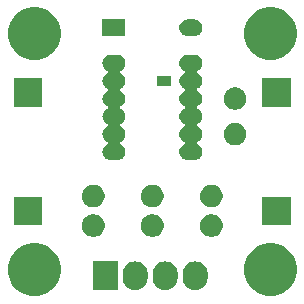
<source format=gbs>
G04 #@! TF.GenerationSoftware,KiCad,Pcbnew,(5.0.1)-4*
G04 #@! TF.CreationDate,2020-10-11T14:42:23+02:00*
G04 #@! TF.ProjectId,GP2Y0D8xxZ0F,4750325930443878785A30462E6B6963,1*
G04 #@! TF.SameCoordinates,Original*
G04 #@! TF.FileFunction,Soldermask,Bot*
G04 #@! TF.FilePolarity,Negative*
%FSLAX46Y46*%
G04 Gerber Fmt 4.6, Leading zero omitted, Abs format (unit mm)*
G04 Created by KiCad (PCBNEW (5.0.1)-4) date 10/11/2020 2:42:23 PM*
%MOMM*%
%LPD*%
G01*
G04 APERTURE LIST*
%ADD10C,0.100000*%
G04 APERTURE END LIST*
D10*
G36*
X91651050Y-96353774D02*
X92057249Y-96522027D01*
X92417953Y-96763042D01*
X92422820Y-96766294D01*
X92733706Y-97077180D01*
X92977974Y-97442753D01*
X93146226Y-97848950D01*
X93226764Y-98253841D01*
X93232000Y-98280167D01*
X93232000Y-98719833D01*
X93146226Y-99151050D01*
X92977973Y-99557249D01*
X92851743Y-99746165D01*
X92733706Y-99922820D01*
X92422820Y-100233706D01*
X92422817Y-100233708D01*
X92057249Y-100477973D01*
X92057248Y-100477974D01*
X92057247Y-100477974D01*
X91651050Y-100646226D01*
X91219834Y-100732000D01*
X90780166Y-100732000D01*
X90348950Y-100646226D01*
X89942753Y-100477974D01*
X89942752Y-100477974D01*
X89942751Y-100477973D01*
X89577183Y-100233708D01*
X89577180Y-100233706D01*
X89266294Y-99922820D01*
X89148257Y-99746165D01*
X89022027Y-99557249D01*
X88853774Y-99151050D01*
X88768000Y-98719833D01*
X88768000Y-98280167D01*
X88773237Y-98253841D01*
X88853774Y-97848950D01*
X89022026Y-97442753D01*
X89266294Y-97077180D01*
X89577180Y-96766294D01*
X89582047Y-96763042D01*
X89942751Y-96522027D01*
X90348950Y-96353774D01*
X90780166Y-96268000D01*
X91219834Y-96268000D01*
X91651050Y-96353774D01*
X91651050Y-96353774D01*
G37*
G36*
X71651050Y-96353774D02*
X72057249Y-96522027D01*
X72417953Y-96763042D01*
X72422820Y-96766294D01*
X72733706Y-97077180D01*
X72977974Y-97442753D01*
X73146226Y-97848950D01*
X73226764Y-98253841D01*
X73232000Y-98280167D01*
X73232000Y-98719833D01*
X73146226Y-99151050D01*
X72977973Y-99557249D01*
X72851743Y-99746165D01*
X72733706Y-99922820D01*
X72422820Y-100233706D01*
X72422817Y-100233708D01*
X72057249Y-100477973D01*
X72057248Y-100477974D01*
X72057247Y-100477974D01*
X71651050Y-100646226D01*
X71219834Y-100732000D01*
X70780166Y-100732000D01*
X70348950Y-100646226D01*
X69942753Y-100477974D01*
X69942752Y-100477974D01*
X69942751Y-100477973D01*
X69577183Y-100233708D01*
X69577180Y-100233706D01*
X69266294Y-99922820D01*
X69148257Y-99746165D01*
X69022027Y-99557249D01*
X68853774Y-99151050D01*
X68768000Y-98719833D01*
X68768000Y-98280167D01*
X68773237Y-98253841D01*
X68853774Y-97848950D01*
X69022026Y-97442753D01*
X69266294Y-97077180D01*
X69577180Y-96766294D01*
X69582047Y-96763042D01*
X69942751Y-96522027D01*
X70348950Y-96353774D01*
X70780166Y-96268000D01*
X71219834Y-96268000D01*
X71651050Y-96353774D01*
X71651050Y-96353774D01*
G37*
G36*
X79748502Y-97799389D02*
X79948990Y-97860207D01*
X80133759Y-97958967D01*
X80133762Y-97958969D01*
X80133763Y-97958970D01*
X80295718Y-98091882D01*
X80295719Y-98091884D01*
X80295721Y-98091885D01*
X80428631Y-98253836D01*
X80527393Y-98438609D01*
X80588211Y-98639097D01*
X80603600Y-98795349D01*
X80603600Y-99204650D01*
X80588211Y-99360902D01*
X80527393Y-99561390D01*
X80428633Y-99746159D01*
X80428631Y-99746162D01*
X80428630Y-99746163D01*
X80295718Y-99908118D01*
X80295716Y-99908119D01*
X80295715Y-99908121D01*
X80133764Y-100041031D01*
X79948991Y-100139793D01*
X79748503Y-100200611D01*
X79540000Y-100221146D01*
X79331498Y-100200611D01*
X79131010Y-100139793D01*
X78946237Y-100041031D01*
X78784283Y-99908118D01*
X78651372Y-99746165D01*
X78651370Y-99746163D01*
X78552607Y-99561391D01*
X78533289Y-99497708D01*
X78491789Y-99360903D01*
X78476400Y-99204651D01*
X78476400Y-98795350D01*
X78491789Y-98639098D01*
X78552607Y-98438610D01*
X78651367Y-98253841D01*
X78784280Y-98091885D01*
X78784282Y-98091882D01*
X78784284Y-98091881D01*
X78784285Y-98091879D01*
X78946236Y-97958969D01*
X79131009Y-97860207D01*
X79331497Y-97799389D01*
X79540000Y-97778854D01*
X79748502Y-97799389D01*
X79748502Y-97799389D01*
G37*
G36*
X82288502Y-97799389D02*
X82488990Y-97860207D01*
X82673759Y-97958967D01*
X82673762Y-97958969D01*
X82673763Y-97958970D01*
X82835718Y-98091882D01*
X82835719Y-98091884D01*
X82835721Y-98091885D01*
X82968631Y-98253836D01*
X83067393Y-98438609D01*
X83128211Y-98639097D01*
X83143600Y-98795349D01*
X83143600Y-99204650D01*
X83128211Y-99360902D01*
X83067393Y-99561390D01*
X82968633Y-99746159D01*
X82968631Y-99746162D01*
X82968630Y-99746163D01*
X82835718Y-99908118D01*
X82835716Y-99908119D01*
X82835715Y-99908121D01*
X82673764Y-100041031D01*
X82488991Y-100139793D01*
X82288503Y-100200611D01*
X82080000Y-100221146D01*
X81871498Y-100200611D01*
X81671010Y-100139793D01*
X81486237Y-100041031D01*
X81324283Y-99908118D01*
X81191372Y-99746165D01*
X81191370Y-99746163D01*
X81092607Y-99561391D01*
X81073289Y-99497708D01*
X81031789Y-99360903D01*
X81016400Y-99204651D01*
X81016400Y-98795350D01*
X81031789Y-98639098D01*
X81092607Y-98438610D01*
X81191367Y-98253841D01*
X81324280Y-98091885D01*
X81324282Y-98091882D01*
X81324284Y-98091881D01*
X81324285Y-98091879D01*
X81486236Y-97958969D01*
X81671009Y-97860207D01*
X81871497Y-97799389D01*
X82080000Y-97778854D01*
X82288502Y-97799389D01*
X82288502Y-97799389D01*
G37*
G36*
X84828502Y-97799389D02*
X85028990Y-97860207D01*
X85213759Y-97958967D01*
X85213762Y-97958969D01*
X85213763Y-97958970D01*
X85375718Y-98091882D01*
X85375719Y-98091884D01*
X85375721Y-98091885D01*
X85508631Y-98253836D01*
X85607393Y-98438609D01*
X85668211Y-98639097D01*
X85683600Y-98795349D01*
X85683600Y-99204650D01*
X85668211Y-99360902D01*
X85607393Y-99561390D01*
X85508633Y-99746159D01*
X85508631Y-99746162D01*
X85508630Y-99746163D01*
X85375718Y-99908118D01*
X85375716Y-99908119D01*
X85375715Y-99908121D01*
X85213764Y-100041031D01*
X85028991Y-100139793D01*
X84828503Y-100200611D01*
X84620000Y-100221146D01*
X84411498Y-100200611D01*
X84211010Y-100139793D01*
X84026237Y-100041031D01*
X83864283Y-99908118D01*
X83731372Y-99746165D01*
X83731370Y-99746163D01*
X83632607Y-99561391D01*
X83613289Y-99497708D01*
X83571789Y-99360903D01*
X83556400Y-99204651D01*
X83556400Y-98795350D01*
X83571789Y-98639098D01*
X83632607Y-98438610D01*
X83731367Y-98253841D01*
X83864280Y-98091885D01*
X83864282Y-98091882D01*
X83864284Y-98091881D01*
X83864285Y-98091879D01*
X84026236Y-97958969D01*
X84211009Y-97860207D01*
X84411497Y-97799389D01*
X84620000Y-97778854D01*
X84828502Y-97799389D01*
X84828502Y-97799389D01*
G37*
G36*
X78063600Y-100216000D02*
X75936400Y-100216000D01*
X75936400Y-97784000D01*
X78063600Y-97784000D01*
X78063600Y-100216000D01*
X78063600Y-100216000D01*
G37*
G36*
X86280603Y-93824968D02*
X86280606Y-93824969D01*
X86280605Y-93824969D01*
X86455678Y-93897486D01*
X86455679Y-93897487D01*
X86613241Y-94002767D01*
X86747233Y-94136759D01*
X86747234Y-94136761D01*
X86852514Y-94294322D01*
X86908603Y-94429734D01*
X86925032Y-94469397D01*
X86962000Y-94655250D01*
X86962000Y-94844750D01*
X86925032Y-95030603D01*
X86925031Y-95030605D01*
X86852514Y-95205678D01*
X86852513Y-95205679D01*
X86747233Y-95363241D01*
X86613241Y-95497233D01*
X86533923Y-95550232D01*
X86455678Y-95602514D01*
X86320266Y-95658603D01*
X86280603Y-95675032D01*
X86094750Y-95712000D01*
X85905250Y-95712000D01*
X85719397Y-95675032D01*
X85679734Y-95658603D01*
X85544322Y-95602514D01*
X85466077Y-95550232D01*
X85386759Y-95497233D01*
X85252767Y-95363241D01*
X85147487Y-95205679D01*
X85147486Y-95205678D01*
X85074969Y-95030605D01*
X85074968Y-95030603D01*
X85038000Y-94844750D01*
X85038000Y-94655250D01*
X85074968Y-94469397D01*
X85091397Y-94429734D01*
X85147486Y-94294322D01*
X85252766Y-94136761D01*
X85252767Y-94136759D01*
X85386759Y-94002767D01*
X85544321Y-93897487D01*
X85544322Y-93897486D01*
X85719395Y-93824969D01*
X85719394Y-93824969D01*
X85719397Y-93824968D01*
X85905250Y-93788000D01*
X86094750Y-93788000D01*
X86280603Y-93824968D01*
X86280603Y-93824968D01*
G37*
G36*
X81280603Y-93824968D02*
X81280606Y-93824969D01*
X81280605Y-93824969D01*
X81455678Y-93897486D01*
X81455679Y-93897487D01*
X81613241Y-94002767D01*
X81747233Y-94136759D01*
X81747234Y-94136761D01*
X81852514Y-94294322D01*
X81908603Y-94429734D01*
X81925032Y-94469397D01*
X81962000Y-94655250D01*
X81962000Y-94844750D01*
X81925032Y-95030603D01*
X81925031Y-95030605D01*
X81852514Y-95205678D01*
X81852513Y-95205679D01*
X81747233Y-95363241D01*
X81613241Y-95497233D01*
X81533923Y-95550232D01*
X81455678Y-95602514D01*
X81320266Y-95658603D01*
X81280603Y-95675032D01*
X81094750Y-95712000D01*
X80905250Y-95712000D01*
X80719397Y-95675032D01*
X80679734Y-95658603D01*
X80544322Y-95602514D01*
X80466077Y-95550232D01*
X80386759Y-95497233D01*
X80252767Y-95363241D01*
X80147487Y-95205679D01*
X80147486Y-95205678D01*
X80074969Y-95030605D01*
X80074968Y-95030603D01*
X80038000Y-94844750D01*
X80038000Y-94655250D01*
X80074968Y-94469397D01*
X80091397Y-94429734D01*
X80147486Y-94294322D01*
X80252766Y-94136761D01*
X80252767Y-94136759D01*
X80386759Y-94002767D01*
X80544321Y-93897487D01*
X80544322Y-93897486D01*
X80719395Y-93824969D01*
X80719394Y-93824969D01*
X80719397Y-93824968D01*
X80905250Y-93788000D01*
X81094750Y-93788000D01*
X81280603Y-93824968D01*
X81280603Y-93824968D01*
G37*
G36*
X76280603Y-93824968D02*
X76280606Y-93824969D01*
X76280605Y-93824969D01*
X76455678Y-93897486D01*
X76455679Y-93897487D01*
X76613241Y-94002767D01*
X76747233Y-94136759D01*
X76747234Y-94136761D01*
X76852514Y-94294322D01*
X76908603Y-94429734D01*
X76925032Y-94469397D01*
X76962000Y-94655250D01*
X76962000Y-94844750D01*
X76925032Y-95030603D01*
X76925031Y-95030605D01*
X76852514Y-95205678D01*
X76852513Y-95205679D01*
X76747233Y-95363241D01*
X76613241Y-95497233D01*
X76533923Y-95550232D01*
X76455678Y-95602514D01*
X76320266Y-95658603D01*
X76280603Y-95675032D01*
X76094750Y-95712000D01*
X75905250Y-95712000D01*
X75719397Y-95675032D01*
X75679734Y-95658603D01*
X75544322Y-95602514D01*
X75466077Y-95550232D01*
X75386759Y-95497233D01*
X75252767Y-95363241D01*
X75147487Y-95205679D01*
X75147486Y-95205678D01*
X75074969Y-95030605D01*
X75074968Y-95030603D01*
X75038000Y-94844750D01*
X75038000Y-94655250D01*
X75074968Y-94469397D01*
X75091397Y-94429734D01*
X75147486Y-94294322D01*
X75252766Y-94136761D01*
X75252767Y-94136759D01*
X75386759Y-94002767D01*
X75544321Y-93897487D01*
X75544322Y-93897486D01*
X75719395Y-93824969D01*
X75719394Y-93824969D01*
X75719397Y-93824968D01*
X75905250Y-93788000D01*
X76094750Y-93788000D01*
X76280603Y-93824968D01*
X76280603Y-93824968D01*
G37*
G36*
X71699490Y-94700750D02*
X69300510Y-94700750D01*
X69300510Y-92301770D01*
X71699490Y-92301770D01*
X71699490Y-94700750D01*
X71699490Y-94700750D01*
G37*
G36*
X92699490Y-94700750D02*
X90300510Y-94700750D01*
X90300510Y-92301770D01*
X92699490Y-92301770D01*
X92699490Y-94700750D01*
X92699490Y-94700750D01*
G37*
G36*
X86280603Y-91324968D02*
X86280606Y-91324969D01*
X86280605Y-91324969D01*
X86455678Y-91397486D01*
X86455679Y-91397487D01*
X86613241Y-91502767D01*
X86747233Y-91636759D01*
X86747234Y-91636761D01*
X86852514Y-91794322D01*
X86908603Y-91929734D01*
X86925032Y-91969397D01*
X86962000Y-92155250D01*
X86962000Y-92344750D01*
X86925032Y-92530603D01*
X86925031Y-92530605D01*
X86852514Y-92705678D01*
X86852513Y-92705679D01*
X86747233Y-92863241D01*
X86613241Y-92997233D01*
X86533923Y-93050232D01*
X86455678Y-93102514D01*
X86320266Y-93158603D01*
X86280603Y-93175032D01*
X86094750Y-93212000D01*
X85905250Y-93212000D01*
X85719397Y-93175032D01*
X85679734Y-93158603D01*
X85544322Y-93102514D01*
X85466077Y-93050232D01*
X85386759Y-92997233D01*
X85252767Y-92863241D01*
X85147487Y-92705679D01*
X85147486Y-92705678D01*
X85074969Y-92530605D01*
X85074968Y-92530603D01*
X85038000Y-92344750D01*
X85038000Y-92155250D01*
X85074968Y-91969397D01*
X85091397Y-91929734D01*
X85147486Y-91794322D01*
X85252766Y-91636761D01*
X85252767Y-91636759D01*
X85386759Y-91502767D01*
X85544321Y-91397487D01*
X85544322Y-91397486D01*
X85719395Y-91324969D01*
X85719394Y-91324969D01*
X85719397Y-91324968D01*
X85905250Y-91288000D01*
X86094750Y-91288000D01*
X86280603Y-91324968D01*
X86280603Y-91324968D01*
G37*
G36*
X76280603Y-91324968D02*
X76280606Y-91324969D01*
X76280605Y-91324969D01*
X76455678Y-91397486D01*
X76455679Y-91397487D01*
X76613241Y-91502767D01*
X76747233Y-91636759D01*
X76747234Y-91636761D01*
X76852514Y-91794322D01*
X76908603Y-91929734D01*
X76925032Y-91969397D01*
X76962000Y-92155250D01*
X76962000Y-92344750D01*
X76925032Y-92530603D01*
X76925031Y-92530605D01*
X76852514Y-92705678D01*
X76852513Y-92705679D01*
X76747233Y-92863241D01*
X76613241Y-92997233D01*
X76533923Y-93050232D01*
X76455678Y-93102514D01*
X76320266Y-93158603D01*
X76280603Y-93175032D01*
X76094750Y-93212000D01*
X75905250Y-93212000D01*
X75719397Y-93175032D01*
X75679734Y-93158603D01*
X75544322Y-93102514D01*
X75466077Y-93050232D01*
X75386759Y-92997233D01*
X75252767Y-92863241D01*
X75147487Y-92705679D01*
X75147486Y-92705678D01*
X75074969Y-92530605D01*
X75074968Y-92530603D01*
X75038000Y-92344750D01*
X75038000Y-92155250D01*
X75074968Y-91969397D01*
X75091397Y-91929734D01*
X75147486Y-91794322D01*
X75252766Y-91636761D01*
X75252767Y-91636759D01*
X75386759Y-91502767D01*
X75544321Y-91397487D01*
X75544322Y-91397486D01*
X75719395Y-91324969D01*
X75719394Y-91324969D01*
X75719397Y-91324968D01*
X75905250Y-91288000D01*
X76094750Y-91288000D01*
X76280603Y-91324968D01*
X76280603Y-91324968D01*
G37*
G36*
X81280603Y-91324968D02*
X81280606Y-91324969D01*
X81280605Y-91324969D01*
X81455678Y-91397486D01*
X81455679Y-91397487D01*
X81613241Y-91502767D01*
X81747233Y-91636759D01*
X81747234Y-91636761D01*
X81852514Y-91794322D01*
X81908603Y-91929734D01*
X81925032Y-91969397D01*
X81962000Y-92155250D01*
X81962000Y-92344750D01*
X81925032Y-92530603D01*
X81925031Y-92530605D01*
X81852514Y-92705678D01*
X81852513Y-92705679D01*
X81747233Y-92863241D01*
X81613241Y-92997233D01*
X81533923Y-93050232D01*
X81455678Y-93102514D01*
X81320266Y-93158603D01*
X81280603Y-93175032D01*
X81094750Y-93212000D01*
X80905250Y-93212000D01*
X80719397Y-93175032D01*
X80679734Y-93158603D01*
X80544322Y-93102514D01*
X80466077Y-93050232D01*
X80386759Y-92997233D01*
X80252767Y-92863241D01*
X80147487Y-92705679D01*
X80147486Y-92705678D01*
X80074969Y-92530605D01*
X80074968Y-92530603D01*
X80038000Y-92344750D01*
X80038000Y-92155250D01*
X80074968Y-91969397D01*
X80091397Y-91929734D01*
X80147486Y-91794322D01*
X80252766Y-91636761D01*
X80252767Y-91636759D01*
X80386759Y-91502767D01*
X80544321Y-91397487D01*
X80544322Y-91397486D01*
X80719395Y-91324969D01*
X80719394Y-91324969D01*
X80719397Y-91324968D01*
X80905250Y-91288000D01*
X81094750Y-91288000D01*
X81280603Y-91324968D01*
X81280603Y-91324968D01*
G37*
G36*
X78157224Y-80310128D02*
X78289175Y-80350155D01*
X78410781Y-80415155D01*
X78517370Y-80502630D01*
X78604845Y-80609219D01*
X78669845Y-80730825D01*
X78709872Y-80862776D01*
X78723387Y-81000000D01*
X78709872Y-81137224D01*
X78669845Y-81269175D01*
X78604845Y-81390781D01*
X78517370Y-81497370D01*
X78410781Y-81584845D01*
X78308034Y-81639764D01*
X78287666Y-81653373D01*
X78270339Y-81670701D01*
X78256725Y-81691075D01*
X78247348Y-81713714D01*
X78242567Y-81737748D01*
X78242567Y-81762252D01*
X78247347Y-81786285D01*
X78256725Y-81808924D01*
X78270338Y-81829299D01*
X78287666Y-81846626D01*
X78308034Y-81860236D01*
X78410781Y-81915155D01*
X78517370Y-82002630D01*
X78604845Y-82109219D01*
X78669845Y-82230825D01*
X78709872Y-82362776D01*
X78723387Y-82500000D01*
X78709872Y-82637224D01*
X78669845Y-82769175D01*
X78604845Y-82890781D01*
X78517370Y-82997370D01*
X78410781Y-83084845D01*
X78308034Y-83139764D01*
X78287666Y-83153373D01*
X78270339Y-83170701D01*
X78256725Y-83191075D01*
X78247348Y-83213714D01*
X78242567Y-83237748D01*
X78242567Y-83262252D01*
X78247347Y-83286285D01*
X78256725Y-83308924D01*
X78270338Y-83329299D01*
X78287666Y-83346626D01*
X78308034Y-83360236D01*
X78410781Y-83415155D01*
X78517370Y-83502630D01*
X78604845Y-83609219D01*
X78669845Y-83730825D01*
X78709872Y-83862776D01*
X78723387Y-84000000D01*
X78709872Y-84137224D01*
X78669845Y-84269175D01*
X78604845Y-84390781D01*
X78517370Y-84497370D01*
X78410781Y-84584845D01*
X78308034Y-84639764D01*
X78287666Y-84653373D01*
X78270339Y-84670701D01*
X78256725Y-84691075D01*
X78247348Y-84713714D01*
X78242567Y-84737748D01*
X78242567Y-84762252D01*
X78247347Y-84786285D01*
X78256725Y-84808924D01*
X78270338Y-84829299D01*
X78287666Y-84846626D01*
X78308034Y-84860236D01*
X78410781Y-84915155D01*
X78517370Y-85002630D01*
X78604845Y-85109219D01*
X78669845Y-85230825D01*
X78709872Y-85362776D01*
X78723387Y-85500000D01*
X78709872Y-85637224D01*
X78669845Y-85769175D01*
X78604845Y-85890781D01*
X78517370Y-85997370D01*
X78410781Y-86084845D01*
X78308034Y-86139764D01*
X78287666Y-86153373D01*
X78270339Y-86170701D01*
X78256725Y-86191075D01*
X78247348Y-86213714D01*
X78242567Y-86237748D01*
X78242567Y-86262252D01*
X78247347Y-86286285D01*
X78256725Y-86308924D01*
X78270338Y-86329299D01*
X78287666Y-86346626D01*
X78308034Y-86360236D01*
X78410781Y-86415155D01*
X78517370Y-86502630D01*
X78604845Y-86609219D01*
X78669845Y-86730825D01*
X78709872Y-86862776D01*
X78723387Y-87000000D01*
X78709872Y-87137224D01*
X78669845Y-87269175D01*
X78604845Y-87390781D01*
X78517370Y-87497370D01*
X78410781Y-87584845D01*
X78308034Y-87639764D01*
X78287666Y-87653373D01*
X78270339Y-87670701D01*
X78256725Y-87691075D01*
X78247348Y-87713714D01*
X78242567Y-87737748D01*
X78242567Y-87762252D01*
X78247347Y-87786285D01*
X78256725Y-87808924D01*
X78270338Y-87829299D01*
X78287666Y-87846626D01*
X78308034Y-87860236D01*
X78410781Y-87915155D01*
X78517370Y-88002630D01*
X78604845Y-88109219D01*
X78669845Y-88230825D01*
X78709872Y-88362776D01*
X78723387Y-88500000D01*
X78709872Y-88637224D01*
X78669845Y-88769175D01*
X78604845Y-88890781D01*
X78517370Y-88997370D01*
X78410781Y-89084845D01*
X78289175Y-89149845D01*
X78157224Y-89189872D01*
X78054390Y-89200000D01*
X77445610Y-89200000D01*
X77342776Y-89189872D01*
X77210825Y-89149845D01*
X77089219Y-89084845D01*
X76982630Y-88997370D01*
X76895155Y-88890781D01*
X76830155Y-88769175D01*
X76790128Y-88637224D01*
X76776613Y-88500000D01*
X76790128Y-88362776D01*
X76830155Y-88230825D01*
X76895155Y-88109219D01*
X76982630Y-88002630D01*
X77089219Y-87915155D01*
X77191966Y-87860236D01*
X77212334Y-87846627D01*
X77229661Y-87829299D01*
X77243275Y-87808925D01*
X77252652Y-87786286D01*
X77257433Y-87762252D01*
X77257433Y-87737748D01*
X77252653Y-87713715D01*
X77243275Y-87691076D01*
X77229662Y-87670701D01*
X77212334Y-87653374D01*
X77191966Y-87639764D01*
X77089219Y-87584845D01*
X76982630Y-87497370D01*
X76895155Y-87390781D01*
X76830155Y-87269175D01*
X76790128Y-87137224D01*
X76776613Y-87000000D01*
X76790128Y-86862776D01*
X76830155Y-86730825D01*
X76895155Y-86609219D01*
X76982630Y-86502630D01*
X77089219Y-86415155D01*
X77191966Y-86360236D01*
X77212334Y-86346627D01*
X77229661Y-86329299D01*
X77243275Y-86308925D01*
X77252652Y-86286286D01*
X77257433Y-86262252D01*
X77257433Y-86237748D01*
X77252653Y-86213715D01*
X77243275Y-86191076D01*
X77229662Y-86170701D01*
X77212334Y-86153374D01*
X77191966Y-86139764D01*
X77089219Y-86084845D01*
X76982630Y-85997370D01*
X76895155Y-85890781D01*
X76830155Y-85769175D01*
X76790128Y-85637224D01*
X76776613Y-85500000D01*
X76790128Y-85362776D01*
X76830155Y-85230825D01*
X76895155Y-85109219D01*
X76982630Y-85002630D01*
X77089219Y-84915155D01*
X77191966Y-84860236D01*
X77212334Y-84846627D01*
X77229661Y-84829299D01*
X77243275Y-84808925D01*
X77252652Y-84786286D01*
X77257433Y-84762252D01*
X77257433Y-84737748D01*
X77252653Y-84713715D01*
X77243275Y-84691076D01*
X77229662Y-84670701D01*
X77212334Y-84653374D01*
X77191966Y-84639764D01*
X77089219Y-84584845D01*
X76982630Y-84497370D01*
X76895155Y-84390781D01*
X76830155Y-84269175D01*
X76790128Y-84137224D01*
X76776613Y-84000000D01*
X76790128Y-83862776D01*
X76830155Y-83730825D01*
X76895155Y-83609219D01*
X76982630Y-83502630D01*
X77089219Y-83415155D01*
X77191966Y-83360236D01*
X77212334Y-83346627D01*
X77229661Y-83329299D01*
X77243275Y-83308925D01*
X77252652Y-83286286D01*
X77257433Y-83262252D01*
X77257433Y-83237748D01*
X77252653Y-83213715D01*
X77243275Y-83191076D01*
X77229662Y-83170701D01*
X77212334Y-83153374D01*
X77191966Y-83139764D01*
X77089219Y-83084845D01*
X76982630Y-82997370D01*
X76895155Y-82890781D01*
X76830155Y-82769175D01*
X76790128Y-82637224D01*
X76776613Y-82500000D01*
X76790128Y-82362776D01*
X76830155Y-82230825D01*
X76895155Y-82109219D01*
X76982630Y-82002630D01*
X77089219Y-81915155D01*
X77191966Y-81860236D01*
X77212334Y-81846627D01*
X77229661Y-81829299D01*
X77243275Y-81808925D01*
X77252652Y-81786286D01*
X77257433Y-81762252D01*
X77257433Y-81737748D01*
X77252653Y-81713715D01*
X77243275Y-81691076D01*
X77229662Y-81670701D01*
X77212334Y-81653374D01*
X77191966Y-81639764D01*
X77089219Y-81584845D01*
X76982630Y-81497370D01*
X76895155Y-81390781D01*
X76830155Y-81269175D01*
X76790128Y-81137224D01*
X76776613Y-81000000D01*
X76790128Y-80862776D01*
X76830155Y-80730825D01*
X76895155Y-80609219D01*
X76982630Y-80502630D01*
X77089219Y-80415155D01*
X77210825Y-80350155D01*
X77342776Y-80310128D01*
X77445610Y-80300000D01*
X78054390Y-80300000D01*
X78157224Y-80310128D01*
X78157224Y-80310128D01*
G37*
G36*
X84657224Y-80310128D02*
X84789175Y-80350155D01*
X84910781Y-80415155D01*
X85017370Y-80502630D01*
X85104845Y-80609219D01*
X85169845Y-80730825D01*
X85209872Y-80862776D01*
X85223387Y-81000000D01*
X85209872Y-81137224D01*
X85169845Y-81269175D01*
X85104845Y-81390781D01*
X85017370Y-81497370D01*
X84910781Y-81584845D01*
X84808034Y-81639764D01*
X84787666Y-81653373D01*
X84770339Y-81670701D01*
X84756725Y-81691075D01*
X84747348Y-81713714D01*
X84742567Y-81737748D01*
X84742567Y-81762252D01*
X84747347Y-81786285D01*
X84756725Y-81808924D01*
X84770338Y-81829299D01*
X84787666Y-81846626D01*
X84808034Y-81860236D01*
X84910781Y-81915155D01*
X85017370Y-82002630D01*
X85104845Y-82109219D01*
X85169845Y-82230825D01*
X85209872Y-82362776D01*
X85223387Y-82500000D01*
X85209872Y-82637224D01*
X85169845Y-82769175D01*
X85104845Y-82890781D01*
X85017370Y-82997370D01*
X84910781Y-83084845D01*
X84808034Y-83139764D01*
X84787666Y-83153373D01*
X84770339Y-83170701D01*
X84756725Y-83191075D01*
X84747348Y-83213714D01*
X84742567Y-83237748D01*
X84742567Y-83262252D01*
X84747347Y-83286285D01*
X84756725Y-83308924D01*
X84770338Y-83329299D01*
X84787666Y-83346626D01*
X84808034Y-83360236D01*
X84910781Y-83415155D01*
X85017370Y-83502630D01*
X85104845Y-83609219D01*
X85169845Y-83730825D01*
X85209872Y-83862776D01*
X85223387Y-84000000D01*
X85209872Y-84137224D01*
X85169845Y-84269175D01*
X85104845Y-84390781D01*
X85017370Y-84497370D01*
X84910781Y-84584845D01*
X84808034Y-84639764D01*
X84787666Y-84653373D01*
X84770339Y-84670701D01*
X84756725Y-84691075D01*
X84747348Y-84713714D01*
X84742567Y-84737748D01*
X84742567Y-84762252D01*
X84747347Y-84786285D01*
X84756725Y-84808924D01*
X84770338Y-84829299D01*
X84787666Y-84846626D01*
X84808034Y-84860236D01*
X84910781Y-84915155D01*
X85017370Y-85002630D01*
X85104845Y-85109219D01*
X85169845Y-85230825D01*
X85209872Y-85362776D01*
X85223387Y-85500000D01*
X85209872Y-85637224D01*
X85169845Y-85769175D01*
X85104845Y-85890781D01*
X85017370Y-85997370D01*
X84910781Y-86084845D01*
X84808034Y-86139764D01*
X84787666Y-86153373D01*
X84770339Y-86170701D01*
X84756725Y-86191075D01*
X84747348Y-86213714D01*
X84742567Y-86237748D01*
X84742567Y-86262252D01*
X84747347Y-86286285D01*
X84756725Y-86308924D01*
X84770338Y-86329299D01*
X84787666Y-86346626D01*
X84808034Y-86360236D01*
X84910781Y-86415155D01*
X85017370Y-86502630D01*
X85104845Y-86609219D01*
X85169845Y-86730825D01*
X85209872Y-86862776D01*
X85223387Y-87000000D01*
X85209872Y-87137224D01*
X85169845Y-87269175D01*
X85104845Y-87390781D01*
X85017370Y-87497370D01*
X84910781Y-87584845D01*
X84808034Y-87639764D01*
X84787666Y-87653373D01*
X84770339Y-87670701D01*
X84756725Y-87691075D01*
X84747348Y-87713714D01*
X84742567Y-87737748D01*
X84742567Y-87762252D01*
X84747347Y-87786285D01*
X84756725Y-87808924D01*
X84770338Y-87829299D01*
X84787666Y-87846626D01*
X84808034Y-87860236D01*
X84910781Y-87915155D01*
X85017370Y-88002630D01*
X85104845Y-88109219D01*
X85169845Y-88230825D01*
X85209872Y-88362776D01*
X85223387Y-88500000D01*
X85209872Y-88637224D01*
X85169845Y-88769175D01*
X85104845Y-88890781D01*
X85017370Y-88997370D01*
X84910781Y-89084845D01*
X84789175Y-89149845D01*
X84657224Y-89189872D01*
X84554390Y-89200000D01*
X83945610Y-89200000D01*
X83842776Y-89189872D01*
X83710825Y-89149845D01*
X83589219Y-89084845D01*
X83482630Y-88997370D01*
X83395155Y-88890781D01*
X83330155Y-88769175D01*
X83290128Y-88637224D01*
X83276613Y-88500000D01*
X83290128Y-88362776D01*
X83330155Y-88230825D01*
X83395155Y-88109219D01*
X83482630Y-88002630D01*
X83589219Y-87915155D01*
X83691966Y-87860236D01*
X83712334Y-87846627D01*
X83729661Y-87829299D01*
X83743275Y-87808925D01*
X83752652Y-87786286D01*
X83757433Y-87762252D01*
X83757433Y-87737748D01*
X83752653Y-87713715D01*
X83743275Y-87691076D01*
X83729662Y-87670701D01*
X83712334Y-87653374D01*
X83691966Y-87639764D01*
X83589219Y-87584845D01*
X83482630Y-87497370D01*
X83395155Y-87390781D01*
X83330155Y-87269175D01*
X83290128Y-87137224D01*
X83276613Y-87000000D01*
X83290128Y-86862776D01*
X83330155Y-86730825D01*
X83395155Y-86609219D01*
X83482630Y-86502630D01*
X83589219Y-86415155D01*
X83691966Y-86360236D01*
X83712334Y-86346627D01*
X83729661Y-86329299D01*
X83743275Y-86308925D01*
X83752652Y-86286286D01*
X83757433Y-86262252D01*
X83757433Y-86237748D01*
X83752653Y-86213715D01*
X83743275Y-86191076D01*
X83729662Y-86170701D01*
X83712334Y-86153374D01*
X83691966Y-86139764D01*
X83589219Y-86084845D01*
X83482630Y-85997370D01*
X83395155Y-85890781D01*
X83330155Y-85769175D01*
X83290128Y-85637224D01*
X83276613Y-85500000D01*
X83290128Y-85362776D01*
X83330155Y-85230825D01*
X83395155Y-85109219D01*
X83482630Y-85002630D01*
X83589219Y-84915155D01*
X83691966Y-84860236D01*
X83712334Y-84846627D01*
X83729661Y-84829299D01*
X83743275Y-84808925D01*
X83752652Y-84786286D01*
X83757433Y-84762252D01*
X83757433Y-84737748D01*
X83752653Y-84713715D01*
X83743275Y-84691076D01*
X83729662Y-84670701D01*
X83712334Y-84653374D01*
X83691966Y-84639764D01*
X83589219Y-84584845D01*
X83482630Y-84497370D01*
X83395155Y-84390781D01*
X83330155Y-84269175D01*
X83290128Y-84137224D01*
X83276613Y-84000000D01*
X83290128Y-83862776D01*
X83330155Y-83730825D01*
X83395155Y-83609219D01*
X83482630Y-83502630D01*
X83589219Y-83415155D01*
X83691966Y-83360236D01*
X83712334Y-83346627D01*
X83729661Y-83329299D01*
X83743275Y-83308925D01*
X83752652Y-83286286D01*
X83757433Y-83262252D01*
X83757433Y-83237748D01*
X83752653Y-83213715D01*
X83743275Y-83191076D01*
X83729662Y-83170701D01*
X83712334Y-83153374D01*
X83691966Y-83139764D01*
X83589219Y-83084845D01*
X83482630Y-82997370D01*
X83395155Y-82890781D01*
X83330155Y-82769175D01*
X83290128Y-82637224D01*
X83276613Y-82500000D01*
X83290128Y-82362776D01*
X83330155Y-82230825D01*
X83395155Y-82109219D01*
X83482630Y-82002630D01*
X83589219Y-81915155D01*
X83691966Y-81860236D01*
X83712334Y-81846627D01*
X83729661Y-81829299D01*
X83743275Y-81808925D01*
X83752652Y-81786286D01*
X83757433Y-81762252D01*
X83757433Y-81737748D01*
X83752653Y-81713715D01*
X83743275Y-81691076D01*
X83729662Y-81670701D01*
X83712334Y-81653374D01*
X83691966Y-81639764D01*
X83589219Y-81584845D01*
X83482630Y-81497370D01*
X83395155Y-81390781D01*
X83330155Y-81269175D01*
X83290128Y-81137224D01*
X83276613Y-81000000D01*
X83290128Y-80862776D01*
X83330155Y-80730825D01*
X83395155Y-80609219D01*
X83482630Y-80502630D01*
X83589219Y-80415155D01*
X83710825Y-80350155D01*
X83842776Y-80310128D01*
X83945610Y-80300000D01*
X84554390Y-80300000D01*
X84657224Y-80310128D01*
X84657224Y-80310128D01*
G37*
G36*
X88280603Y-86074968D02*
X88280606Y-86074969D01*
X88280605Y-86074969D01*
X88455678Y-86147486D01*
X88490421Y-86170701D01*
X88613241Y-86252767D01*
X88747233Y-86386759D01*
X88800232Y-86466077D01*
X88852514Y-86544322D01*
X88879395Y-86609219D01*
X88925032Y-86719397D01*
X88962000Y-86905250D01*
X88962000Y-87094750D01*
X88925032Y-87280603D01*
X88925031Y-87280605D01*
X88852514Y-87455678D01*
X88852513Y-87455679D01*
X88747233Y-87613241D01*
X88613241Y-87747233D01*
X88554796Y-87786285D01*
X88455678Y-87852514D01*
X88320266Y-87908603D01*
X88280603Y-87925032D01*
X88094750Y-87962000D01*
X87905250Y-87962000D01*
X87719397Y-87925032D01*
X87679734Y-87908603D01*
X87544322Y-87852514D01*
X87445204Y-87786285D01*
X87386759Y-87747233D01*
X87252767Y-87613241D01*
X87147487Y-87455679D01*
X87147486Y-87455678D01*
X87074969Y-87280605D01*
X87074968Y-87280603D01*
X87038000Y-87094750D01*
X87038000Y-86905250D01*
X87074968Y-86719397D01*
X87120605Y-86609219D01*
X87147486Y-86544322D01*
X87199768Y-86466077D01*
X87252767Y-86386759D01*
X87386759Y-86252767D01*
X87509579Y-86170701D01*
X87544322Y-86147486D01*
X87719395Y-86074969D01*
X87719394Y-86074969D01*
X87719397Y-86074968D01*
X87905250Y-86038000D01*
X88094750Y-86038000D01*
X88280603Y-86074968D01*
X88280603Y-86074968D01*
G37*
G36*
X88280603Y-83074968D02*
X88280606Y-83074969D01*
X88280605Y-83074969D01*
X88455678Y-83147486D01*
X88490421Y-83170701D01*
X88613241Y-83252767D01*
X88747233Y-83386759D01*
X88800232Y-83466077D01*
X88852514Y-83544322D01*
X88879395Y-83609219D01*
X88925032Y-83719397D01*
X88962000Y-83905250D01*
X88962000Y-84094750D01*
X88925032Y-84280603D01*
X88925031Y-84280605D01*
X88852514Y-84455678D01*
X88852513Y-84455679D01*
X88747233Y-84613241D01*
X88613241Y-84747233D01*
X88554796Y-84786285D01*
X88455678Y-84852514D01*
X88320266Y-84908603D01*
X88280603Y-84925032D01*
X88094750Y-84962000D01*
X87905250Y-84962000D01*
X87719397Y-84925032D01*
X87679734Y-84908603D01*
X87544322Y-84852514D01*
X87445204Y-84786285D01*
X87386759Y-84747233D01*
X87252767Y-84613241D01*
X87147487Y-84455679D01*
X87147486Y-84455678D01*
X87074969Y-84280605D01*
X87074968Y-84280603D01*
X87038000Y-84094750D01*
X87038000Y-83905250D01*
X87074968Y-83719397D01*
X87120605Y-83609219D01*
X87147486Y-83544322D01*
X87199768Y-83466077D01*
X87252767Y-83386759D01*
X87386759Y-83252767D01*
X87509579Y-83170701D01*
X87544322Y-83147486D01*
X87719395Y-83074969D01*
X87719394Y-83074969D01*
X87719397Y-83074968D01*
X87905250Y-83038000D01*
X88094750Y-83038000D01*
X88280603Y-83074968D01*
X88280603Y-83074968D01*
G37*
G36*
X71699490Y-84698230D02*
X69300510Y-84698230D01*
X69300510Y-82299250D01*
X71699490Y-82299250D01*
X71699490Y-84698230D01*
X71699490Y-84698230D01*
G37*
G36*
X92699490Y-84698230D02*
X90300510Y-84698230D01*
X90300510Y-82299250D01*
X92699490Y-82299250D01*
X92699490Y-84698230D01*
X92699490Y-84698230D01*
G37*
G36*
X82595000Y-82915000D02*
X81405000Y-82915000D01*
X81405000Y-82085000D01*
X82595000Y-82085000D01*
X82595000Y-82915000D01*
X82595000Y-82915000D01*
G37*
G36*
X71651050Y-76353774D02*
X72057249Y-76522027D01*
X72417953Y-76763042D01*
X72422820Y-76766294D01*
X72733706Y-77077180D01*
X72733708Y-77077183D01*
X72916104Y-77350157D01*
X72977974Y-77442753D01*
X73146226Y-77848950D01*
X73232000Y-78280166D01*
X73232000Y-78719834D01*
X73146226Y-79151050D01*
X72977974Y-79557247D01*
X72733706Y-79922820D01*
X72422820Y-80233706D01*
X72422817Y-80233708D01*
X72057249Y-80477973D01*
X72057248Y-80477974D01*
X72057247Y-80477974D01*
X71651050Y-80646226D01*
X71219834Y-80732000D01*
X70780166Y-80732000D01*
X70348950Y-80646226D01*
X69942753Y-80477974D01*
X69942752Y-80477974D01*
X69942751Y-80477973D01*
X69577183Y-80233708D01*
X69577180Y-80233706D01*
X69266294Y-79922820D01*
X69022026Y-79557247D01*
X68853774Y-79151050D01*
X68768000Y-78719834D01*
X68768000Y-78280166D01*
X68853774Y-77848950D01*
X69022026Y-77442753D01*
X69083897Y-77350157D01*
X69266292Y-77077183D01*
X69266294Y-77077180D01*
X69577180Y-76766294D01*
X69582047Y-76763042D01*
X69942751Y-76522027D01*
X70348950Y-76353774D01*
X70780166Y-76268000D01*
X71219834Y-76268000D01*
X71651050Y-76353774D01*
X71651050Y-76353774D01*
G37*
G36*
X91651050Y-76353774D02*
X92057249Y-76522027D01*
X92417953Y-76763042D01*
X92422820Y-76766294D01*
X92733706Y-77077180D01*
X92733708Y-77077183D01*
X92916104Y-77350157D01*
X92977974Y-77442753D01*
X93146226Y-77848950D01*
X93232000Y-78280166D01*
X93232000Y-78719834D01*
X93146226Y-79151050D01*
X92977974Y-79557247D01*
X92733706Y-79922820D01*
X92422820Y-80233706D01*
X92422817Y-80233708D01*
X92057249Y-80477973D01*
X92057248Y-80477974D01*
X92057247Y-80477974D01*
X91651050Y-80646226D01*
X91219834Y-80732000D01*
X90780166Y-80732000D01*
X90348950Y-80646226D01*
X89942753Y-80477974D01*
X89942752Y-80477974D01*
X89942751Y-80477973D01*
X89577183Y-80233708D01*
X89577180Y-80233706D01*
X89266294Y-79922820D01*
X89022026Y-79557247D01*
X88853774Y-79151050D01*
X88768000Y-78719834D01*
X88768000Y-78280166D01*
X88853774Y-77848950D01*
X89022026Y-77442753D01*
X89083897Y-77350157D01*
X89266292Y-77077183D01*
X89266294Y-77077180D01*
X89577180Y-76766294D01*
X89582047Y-76763042D01*
X89942751Y-76522027D01*
X90348950Y-76353774D01*
X90780166Y-76268000D01*
X91219834Y-76268000D01*
X91651050Y-76353774D01*
X91651050Y-76353774D01*
G37*
G36*
X78720000Y-78700000D02*
X76780000Y-78700000D01*
X76780000Y-77300000D01*
X78720000Y-77300000D01*
X78720000Y-78700000D01*
X78720000Y-78700000D01*
G37*
G36*
X84657224Y-77310128D02*
X84789175Y-77350155D01*
X84910781Y-77415155D01*
X85017370Y-77502630D01*
X85104845Y-77609219D01*
X85169845Y-77730825D01*
X85209872Y-77862776D01*
X85223387Y-78000000D01*
X85209872Y-78137224D01*
X85169845Y-78269175D01*
X85104845Y-78390781D01*
X85017370Y-78497370D01*
X84910781Y-78584845D01*
X84789175Y-78649845D01*
X84657224Y-78689872D01*
X84554390Y-78700000D01*
X83945610Y-78700000D01*
X83842776Y-78689872D01*
X83710825Y-78649845D01*
X83589219Y-78584845D01*
X83482630Y-78497370D01*
X83395155Y-78390781D01*
X83330155Y-78269175D01*
X83290128Y-78137224D01*
X83276613Y-78000000D01*
X83290128Y-77862776D01*
X83330155Y-77730825D01*
X83395155Y-77609219D01*
X83482630Y-77502630D01*
X83589219Y-77415155D01*
X83710825Y-77350155D01*
X83842776Y-77310128D01*
X83945610Y-77300000D01*
X84554390Y-77300000D01*
X84657224Y-77310128D01*
X84657224Y-77310128D01*
G37*
M02*

</source>
